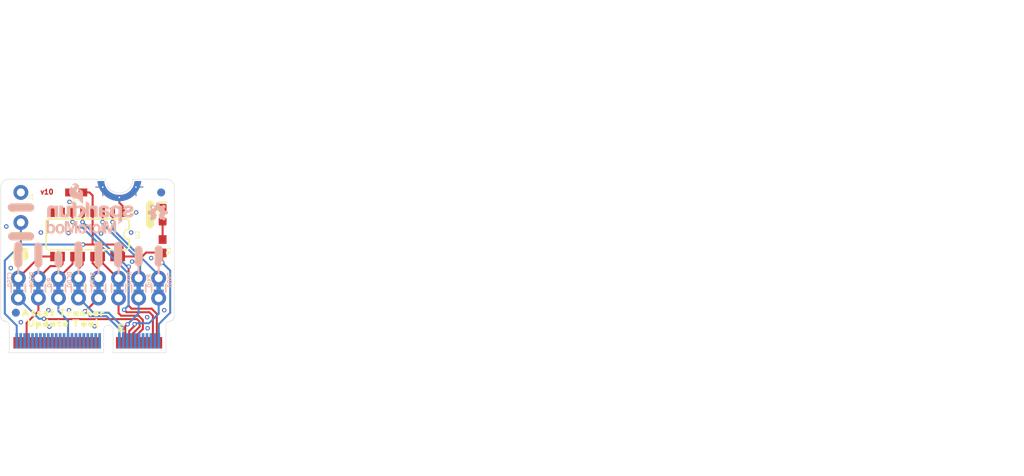
<source format=kicad_pcb>
(kicad_pcb (version 20211014) (generator pcbnew)
  (layers (0 "F.Cu" signal) (1 "In1.Cu" signal) (2 "In2.Cu" signal) (31 "B.Cu" signal) (34 "B.Paste" user) (35 "F.Paste" user) (36 "B.SilkS" user "B.Silkscreen") (37 "F.SilkS" user "F.Silkscreen") (38 "B.Mask" user) (39 "F.Mask" user) (44 "Edge.Cuts" user))
  (net 0 "")
  (net 1 "GND")
  (net 2 "3.3V")
  (net 3 "RXI")
  (net 4 "TXO")
  (net 5 "~{RTS}_O")
  (net 6 "~{DCD}_I")
  (net 7 "~{DSR}_I")
  (net 8 "~{CTS}_I")
  (net 9 "USB_D-")
  (net 10 "USB_D+")
  (net 11 "N$3")
  (net 12 "SARA_TXD_I")
  (net 13 "SARA_RXD_O")
  (net 14 "SARA_RTS_I")
  (net 15 "SARA_CTS_O")
  (net 16 "SARA_DTR_I")
  (net 17 "SARA_DCD_O")
  (net 18 "SARA_RI_O")
  (net 19 "SARA_DSR_O")
  (net 20 "~{RI}_I")
  (net 21 "~{DTR}_O")
  (footprint "boardEagle:#GND#2" (layer "F.Cu") (at 140.0641 97.5889)
    (fp_text reference "U$3" hide)
    (fp_text value "" hide)
  )
  (footprint "boardEagle:#3V3#3" (layer "F.Cu") (at 140.0686 101.2314)
    (fp_text reference "U$17" hide)
    (fp_text value "" hide)
  )
  (footprint "boardEagle:UPDATE_TOOL0" (layer "F.Cu") (at 145.4386 112.2569)
    (fp_text reference "U$11" hide)
    (fp_text value "" hide)
  )
  (footprint "boardEagle:0603" (layer "F.Cu") (at 158.0011 102.5034 -90)
    (fp_text reference "R1" (at 0 -0.762 90) (layer "F.SilkS") (effects (font (size 0.512064 0.512064) (thickness 0.097536)) (justify right)))
    (fp_text value "1k" hide)
    (pad "1" smd rect (at -0.85 0 270) (size 1.1 1) (layers "F.Cu" "F.Paste" "F.Mask") (net 11 "N$3"))
    (pad "2" smd rect (at 0.85 0 270) (size 1.1 1) (layers "F.Cu" "F.Paste" "F.Mask") (net 2 "3.3V"))
  )
  (footprint "boardEagle:M.2-CARD-E-22" (layer "F.Cu") (at 148.5211 116.0134)
    (fp_text reference "J5" hide)
    (fp_text value "MICROMOD-2222" hide)
    (fp_text user "ROUTE\nOUT" (at 4 -21.3) (layer "Edge.Cuts") (effects (font (size 0.276 0.276) (thickness 0.024))))
    (fp_line (start 6.1 -21) (end 7 -21) (layer "F.Cu") (width 0.1016))
    (fp_line (start 1.9 -21) (end 1.9 -19.9) (layer "F.Cu") (width 0.1016))
    (fp_line (start 1.9 -21) (end 1 -21) (layer "F.Cu") (width 0.1016))
    (fp_line (start 6.1 -21) (end 6.1 -19.9) (layer "F.Cu") (width 0.1016))
    (fp_line (start 4 -19.7) (end 4 -19) (layer "F.Cu") (width 0.1016))
    (fp_poly (pts (xy 2.107643 -21.492632) (xy 2.176743 -21.241195) (xy 2.280926 -21.002145) (xy 2.418067 -20.78036) (xy 2.585377 -20.580345) (xy 2.77945 -20.406177) (xy 2.996333 -20.261403) (xy 3.231612 -20.148966) (xy 3.480496 -20.07116) (xy 3.737925 -20.029564) (xy 4 -20.025004) (xy 4.262075 -20.029564) (xy 4.519504 -20.07116) (xy 4.768388 -20.148966) (xy 5.003667 -20.261403) (xy 5.22055 -20.406177) (xy 5.414623 -20.580345) (xy 5.581933 -20.78036) (xy 5.719074 -21.002145) (xy 5.823257 -21.241195) (xy 5.892357 -21.492632) (xy 5.927954 -21.775) (xy 6.779538 -21.775) (xy 6.718444 -21.410412) (xy 6.621636 -21.082764) (xy 6.485904 -20.769232) (xy 6.313241 -20.474422) (xy 6.106185 -20.202664) (xy 5.867774 -19.957948) (xy 5.601511 -19.74387) (xy 5.311308 -19.563573) (xy 5.001425 -19.419705) (xy 4.676414 -19.314379) (xy 4.34105 -19.249143) (xy 4.000089 -19.224943) (xy 3.658288 -19.246756) (xy 3.321866 -19.310165) (xy 2.995719 -19.414226) (xy 2.684741 -19.55738) (xy 2.393597 -19.737478) (xy 2.126654 -19.951819) (xy 1.887917 -20.197187) (xy 1.680969 -20.4699) (xy 1.508913 -20.765869) (xy 1.374028 -21.08136) (xy 1.218786 -21.775) (xy 2.072046 -21.775)) (layer "F.Cu") (width 0) (fill solid))
    (fp_line (start 6.1 -21) (end 6.1 -19.9) (layer "B.Cu") (width 0.1016))
    (fp_line (start 6.1 -21) (end 7 -21) (layer "B.Cu") (width 0.1016))
    (fp_line (start 4 -19.7) (end 4 -19) (layer "B.Cu") (width 0.1016))
    (fp_line (start 1.9 -21) (end 1 -21) (layer "B.Cu") (width 0.1016))
    (fp_line (start 1.9 -21) (end 1.9 -19.9) (layer "B.Cu") (width 0.1016))
    (fp_poly (pts (xy 2.107643 -21.492632) (xy 2.176743 -21.241195) (xy 2.280926 -21.002145) (xy 2.418067 -20.78036) (xy 2.585377 -20.580345) (xy 2.77945 -20.406177) (xy 2.996333 -20.261403) (xy 3.231612 -20.148966) (xy 3.480496 -20.07116) (xy 3.737925 -20.029564) (xy 4 -20.025004) (xy 4.262075 -20.029564) (xy 4.519504 -20.07116) (xy 4.768388 -20.148966) (xy 5.003667 -20.261403) (xy 5.22055 -20.406177) (xy 5.414623 -20.580345) (xy 5.581933 -20.78036) (xy 5.719074 -21.002145) (xy 5.823257 -21.241195) (xy 5.892357 -21.492632) (xy 5.927954 -21.775) (xy 6.781214 -21.775) (xy 6.625971 -21.08136) (xy 6.491086 -20.765869) (xy 6.31903 -20.4699) (xy 6.112082 -20.197187) (xy 5.873345 -19.951819) (xy 5.606403 -19.737478) (xy 5.315258 -19.55738) (xy 5.004281 -19.414226) (xy 4.678134 -19.310165) (xy 4.341711 -19.246756) (xy 4.001591 -19.225051) (xy 3.999999 -19.249995) (xy 3.996722 -19.225216) (xy 3.324311 -19.314145) (xy 2.998575 -19.419706) (xy 2.688693 -19.563573) (xy 2.398489 -19.743871) (xy 2.132226 -19.957948) (xy 1.893816 -20.202664) (xy 1.686759 -20.474422) (xy 1.514097 -20.769231) (xy 1.378364 -21.082763) (xy 1.281556 -21.410412) (xy 1.225 -21.747919) (xy 1.225 -21.775) (xy 2.072046 -21.775)) (layer "B.Cu") (width 0) (fill solid))
    (pad "1" smd rect (at 9.25 -1.275 180) (size 0.35 1.45) (layers "F.Cu" "F.Mask") (net 1 "GND"))
    (pad "2" smd rect (at 9 -1.525) (size 0.35 1.95) (layers "B.Cu" "B.Mask") (net 2 "3.3V"))
    (pad "3" smd rect (at 8.75 -1.275 180) (size 0.35 1.45) (layers "F.Cu" "F.Mask") (net 10 "USB_D+"))
    (pad "4" smd rect (at 8.5 -1.525) (size 0.35 1.95) (layers "B.Cu" "B.Mask"))
    (pad "5" smd rect (at 8.25 -1.275 180) (size 0.35 1.45) (layers "F.Cu" "F.Mask") (net 9 "USB_D-"))
    (pad "6" smd rect (at 8 -1.525) (size 0.35 1.95) (layers "B.Cu" "B.Mask"))
    (pad "7" smd rect (at 7.75 -1.275 180) (size 0.35 1.45) (layers "F.Cu" "F.Mask") (net 1 "GND"))
    (pad "8" smd rect (at 7.5 -1.525) (size 0.35 1.95) (layers "B.Cu" "B.Mask"))
    (pad "9" smd rect (at 7.25 -1.275 180) (size 0.35 1.45) (layers "F.Cu" "F.Mask"))
    (pad "10" smd rect (at 7 -1.525) (size 0.35 1.95) (layers "B.Cu" "B.Mask"))
    (pad "11" smd rect (at 6.75 -1.275 180) (size 0.35 1.45) (layers "F.Cu" "F.Mask"))
    (pad "12" smd rect (at 6.5 -1.525) (size 0.35 1.95) (layers "B.Cu" "B.Mask"))
    (pad "13" smd rect (at 6.25 -1.275 180) (size 0.35 1.45) (layers "F.Cu" "F.Mask") (net 14 "SARA_RTS_I"))
    (pad "14" smd rect (at 6 -1.525) (size 0.35 1.95) (layers "B.Cu" "B.Mask"))
    (pad "15" smd rect (at 5.75 -1.275 180) (size 0.35 1.45) (layers "F.Cu" "F.Mask") (net 15 "SARA_CTS_O"))
    (pad "16" smd rect (at 5.5 -1.525) (size 0.35 1.95) (layers "B.Cu" "B.Mask"))
    (pad "17" smd rect (at 5.25 -1.275 180) (size 0.35 1.45) (layers "F.Cu" "F.Mask") (net 12 "SARA_TXD_I"))
    (pad "18" smd rect (at 5 -1.525) (size 0.35 1.95) (layers "B.Cu" "B.Mask"))
    (pad "19" smd rect (at 4.75 -1.275 180) (size 0.35 1.45) (layers "F.Cu" "F.Mask") (net 13 "SARA_RXD_O"))
    (pad "20" smd rect (at 4.5 -1.525) (size 0.35 1.95) (layers "B.Cu" "B.Mask") (net 17 "SARA_DCD_O"))
    (pad "21" smd rect (at 4.25 -1.275 180) (size 0.35 1.45) (layers "F.Cu" "F.Mask"))
    (pad "22" smd rect (at 4 -1.525) (size 0.35 1.95) (layers "B.Cu" "B.Mask") (net 16 "SARA_DTR_I"))
    (pad "23" smd rect (at 3.75 -1.275 180) (size 0.35 1.45) (layers "F.Cu" "F.Mask"))
    (pad "32" smd rect (at 1.5 -1.525) (size 0.35 1.95) (layers "B.Cu" "B.Mask"))
    (pad "33" smd rect (at 1.25 -1.275 180) (size 0.35 1.45) (layers "F.Cu" "F.Mask") (net 1 "GND"))
    (pad "34" smd rect (at 1 -1.525) (size 0.35 1.95) (layers "B.Cu" "B.Mask"))
    (pad "35" smd rect (at 0.75 -1.275 180) (size 0.35 1.45) (layers "F.Cu" "F.Mask"))
    (pad "36" smd rect (at 0.5 -1.525) (size 0.35 1.95) (layers "B.Cu" "B.Mask") (net 1 "GND"))
    (pad "37" smd rect (at 0.25 -1.275 180) (size 0.35 1.45) (layers "F.Cu" "F.Mask"))
    (pad "38" smd rect (at 0 -1.525) (size 0.35 1.95) (layers "B.Cu" "B.Mask"))
    (pad "39" smd rect (at -0.25 -1.275 180) (size 0.35 1.45) (layers "F.Cu" "F.Mask") (net 1 "GND"))
    (pad "40" smd rect (at -0.5 -1.525) (size 0.35 1.95) (layers "B.Cu" "B.Mask"))
    (pad "41" smd rect (at -0.75 -1.275 180) (size 0.35 1.45) (layers "F.Cu" "F.Mask"))
    (pad "42" smd rect (at -1 -1.525) (size 0.35 1.95) (layers "B.Cu" "B.Mask"))
    (pad "43" smd rect (at -1.25 -1.275 180) (size 0.35 1.45) (layers "F.Cu" "F.Mask"))
    (pad "44" smd rect (at -1.5 -1.525) (size 0.35 1.95) (layers "B.Cu" "B.Mask"))
    (pad "45" smd rect (at -1.75 -1.275 180) (size 0.35 1.45) (layers "F.Cu" "F.Mask") (net 1 "GND"))
    (pad "46" smd rect (at -2 -1.525) (size 0.35 1.95) (layers "B.Cu" "B.Mask"))
    (pad "47" smd rect (at -2.25 -1.275 180) (size 0.35 1.45) (layers "F.Cu" "F.Mask"))
    (pad "48" smd rect (at -2.5 -1.525) (size 0.35 1.95) (layers "B.Cu" "B.Mask") (net 18 "SARA_RI_O"))
    (pad "49" smd rect (at -2.75 -1.275 180) (size 0.35 1.45) (layers "F.Cu" "F.Mask"))
    (pad "50" smd rect (at -3 -1.525) (size 0.35 1.95) (layers "B.Cu" "B.Mask"))
    (pad "51" smd rect (at -3.25 -1.275 180) (size 0.35 1.45) (layers "F.Cu" "F.Mask"))
    (pad "52" smd rect (at -3.5 -1.525) (size 0.35 1.95) (layers "B.Cu" "B.Mask"))
    (pad "53" smd rect (at -3.75 -1.275 180) (size 0.35 1.45) (layers "F.Cu" "F.Mask"))
    (pad "54" smd rect (at -4 -1.525) (size 0.35 1.95) (layers "B.Cu" "B.Mask"))
    (pad "55" smd rect (at -4.25 -1.275 180) (size 0.35 1.45) (layers "F.Cu" "F.Mask"))
    (pad "56" smd rect (at -4.5 -1.525) (size 0.35 1.95) (layers "B.Cu" "B.Mask"))
    (pad "57" smd rect (at -4.75 -1.275 180) (size 0.35 1.45) (layers "F.Cu" "F.Mask"))
    (pad "58" smd rect (at -5 -1.525) (size 0.35 1.95) (layers "B.Cu" "B.Mask"))
    (pad "59" smd rect (at -5.25 -1.275 180) (size 0.35 1.45) (layers "F.Cu" "F.Mask"))
    (pad "60" smd rect (at -5.5 -1.525) (size 0.35 1.95) (layers "B.Cu" "B.Mask"))
    (pad "61" smd rect (at -5.75 -1.275 180) (size 0.35 1.45) (layers "F.Cu" "F.Mask"))
    (pad "62" smd rect (at -6 -1.525) (size 0.35 1.95) (layers "B.Cu" "B.Mask"))
    (pad "63" smd rect (at -6.25 -1.275 180) (size 0.35 1.45) (layers "F.Cu" "F.Mask"))
    (pad "64" smd rect (at -6.5 -1.525) (size 0.35 1.95) (layers "B.Cu" "B.Mask"))
    (pad "65" smd rect (at -6.75 -1.275 180) (size 0.35 1.45) (layers "F.Cu" "F.Mask"))
    (pad "66" smd rect (at -7 -1.525) (size 0.35 1.95) (layers "B.Cu" "B.Mask"))
    (pad "67" smd rect (at -7.25 -1.275 180) (size 0.35 1.45) (layers "F.Cu" "F.Mask"))
    (pad "68" smd rect (at -7.5 -1.525) (size 0.35 1.95) (layers "B.Cu" "B.Mask"))
    (pad "69" smd rect (at -7.75 -1.275 180) (size 0.35 1.45) (layers "F.Cu" "F.Mask") (net 19 "SARA_DSR_O"))
    (pad "70" smd rect (at -8 -1.525) (size 0.35 1.95) (layers "B.Cu" "B.Mask"))
    (pad "71" smd rect (at -8.25 -1.275 180) (size 0.35 1.45) (layers "F.Cu" "F.Mask"))
    (pad "72" smd rect (at -8.5 -1.525) (size 0.35 1.95) (layers "B.Cu" "B.Mask"))
    (pad "73" smd rect (at -8.75 -1.275 180) (size 0.35 1.45) (layers "F.Cu" "F.Mask"))
    (pad "74" smd rect (at -9 -1.525) (size 0.35 1.95) (layers "B.Cu" "B.Mask") (net 2 "3.3V"))
    (pad "75" smd rect (at -9.25 -1.275 180) (size 0.35 1.45) (layers "F.Cu" "F.Mask") (net 1 "GND"))
    (pad "GND1" thru_hole circle (at 1.9 -21) (size 0.46 0.46) (drill 0.2) (layers *.Cu *.Mask) (net 1 "GND"))
    (pad "GND2" thru_hole circle (at 4 -19.7) (size 0.46 0.46) (drill 0.2) (layers *.Cu *.Mask) (net 1 "GND"))
    (pad "GND3" thru_hole circle (at 6.1 -21) (size 0.46 0.46) (drill 0.2) (layers *.Cu *.Mask) (net 1 "GND"))
  )
  (footprint "boardEagle:CREATIVE_COMMONS" (layer "F.Cu") (at 182.534643 131.2434)
    (fp_text reference "FRAME1" hide)
    (fp_text value "FRAME-LETTER" hide)
  )
  (footprint "boardEagle:SO016" (layer "F.Cu") (at 148.4993 101.0034 180)
    (fp_text reference "U2" (at -6.35 -0.635 90) (layer "F.SilkS") (effects (font (size 0.527304 0.527304) (thickness 0.082296)) (justify left)))
    (fp_text value "CH340C" hide)
    (pad "1" smd rect (at -4.445 2.8 180) (size 0.6 1.2) (layers "F.Cu" "F.Paste" "F.Mask") (net 1 "GND"))
    (pad "2" smd rect (at -3.175 2.8 180) (size 0.6 1.2) (layers "F.Cu" "F.Paste" "F.Mask") (net 4 "TXO"))
    (pad "3" smd rect (at -1.905 2.8 180) (size 0.6 1.2) (layers "F.Cu" "F.Paste" "F.Mask") (net 3 "RXI"))
    (pad "4" smd rect (at -0.635 2.8 180) (size 0.6 1.2) (layers "F.Cu" "F.Paste" "F.Mask") (net 2 "3.3V"))
    (pad "5" smd rect (at 0.635 2.8 180) (size 0.6 1.2) (layers "F.Cu" "F.Paste" "F.Mask") (net 10 "USB_D+"))
    (pad "6" smd rect (at 1.905 2.8 180) (size 0.6 1.2) (layers "F.Cu" "F.Paste" "F.Mask") (net 9 "USB_D-"))
    (pad "7" smd rect (at 3.175 2.8 180) (size 0.6 1.2) (layers "F.Cu" "F.Paste" "F.Mask"))
    (pad "8" smd rect (at 4.445 2.8 180) (size 0.6 1.2) (layers "F.Cu" "F.Paste" "F.Mask"))
    (pad "9" smd rect (at 4.445 -2.8 180) (size 0.6 1.2) (layers "F.Cu" "F.Paste" "F.Mask") (net 8 "~{CTS}_I"))
    (pad "10" smd rect (at 3.175 -2.8 180) (size 0.6 1.2) (layers "F.Cu" "F.Paste" "F.Mask") (net 7 "~{DSR}_I"))
    (pad "11" smd rect (at 1.905 -2.8 180) (size 0.6 1.2) (layers "F.Cu" "F.Paste" "F.Mask") (net 20 "~{RI}_I"))
    (pad "12" smd rect (at 0.635 -2.8 180) (size 0.6 1.2) (layers "F.Cu" "F.Paste" "F.Mask") (net 6 "~{DCD}_I"))
    (pad "13" smd rect (at -0.635 -2.8 180) (size 0.6 1.2) (layers "F.Cu" "F.Paste" "F.Mask") (net 21 "~{DTR}_O"))
    (pad "14" smd rect (at -1.905 -2.8 180) (size 0.6 1.2) (layers "F.Cu" "F.Paste" "F.Mask") (net 5 "~{RTS}_O"))
    (pad "15" smd rect (at -3.175 -2.8 180) (size 0.6 1.2) (layers "F.Cu" "F.Paste" "F.Mask"))
    (pad "16" smd rect (at -4.445 -2.8 180) (size 0.6 1.2) (layers "F.Cu" "F.Paste" "F.Mask") (net 2 "3.3V"))
  )
  (footprint "boardEagle:ASSET_TRACKER0" (layer "F.Cu") (at 145.4513 110.9234)
    (fp_text reference "U$10" hide)
    (fp_text value "" hide)
  )
  (footprint "boardEagle:1X01_NO_SILK" (layer "F.Cu") (at 140.0411 99.4934 -90)
    (fp_text reference "J2" (at -2.032 1.016 90) (layer "F.SilkS") (effects (font (size 0.512064 0.512064) (thickness 0.097536)) (justify right)))
    (fp_text value "")
    (pad "1" thru_hole circle (at 0 0) (size 1.8796 1.8796) (drill 1.016) (layers *.Cu *.Mask) (net 2 "3.3V"))
  )
  (footprint "boardEagle:0603" (layer "F.Cu") (at 147.0566 95.6859 180)
    (fp_text reference "C3" (at -0.635 -0.762) (layer "F.SilkS") (effects (font (size 0.536448 0.536448) (thickness 0.073152)) (justify right)))
    (fp_text value "0.1uF" hide)
    (pad "1" smd rect (at -0.85 0 180) (size 1.1 1) (layers "F.Cu" "F.Paste" "F.Mask") (net 2 "3.3V"))
    (pad "2" smd rect (at 0.85 0 180) (size 1.1 1) (layers "F.Cu" "F.Paste" "F.Mask") (net 1 "GND"))
  )
  (footprint "boardEagle:LED-0603" (layer "F.Cu") (at 158.0011 98.5034 90)
    (fp_text reference "D1" (at 0 -0.635 90) (layer "F.SilkS") (effects (font (size 0.512064 0.512064) (thickness 0.097536)) (justify left)))
    (fp_text value "BLUE")
    (pad "A" smd roundrect (at -0.877 0) (size 1 1) (layers "F.Cu" "F.Paste" "F.Mask") (roundrect_rratio 0.15) (net 11 "N$3"))
    (pad "C" smd roundrect (at 0.877 0) (size 1 1) (layers "F.Cu" "F.Paste" "F.Mask") (roundrect_rratio 0.15) (net 1 "GND"))
  )
  (footprint "boardEagle:MICROMOD_MI_LOGO_.35" (layer "F.Cu") (at 139.9901 103.4794)
    (fp_text reference "U$9" hide)
    (fp_text value "" hide)
  )
  (footprint "boardEagle:ORDERING_INSTRUCTIONS" (layer "F.Cu") (at 165.4411 71.5534)
    (fp_text reference "LOGO2" hide)
    (fp_text value "SPECIAL_INSTRUCTIONS-ORDERING" hide)
  )
  (footprint "boardEagle:FIDUCIAL-1X2" (layer "F.Cu") (at 157.8211 95.6834)
    (fp_text reference "JP4" hide)
    (fp_text value "FIDUCIAL1X2" hide)
    (pad "1" smd roundrect (at 0 0) (size 1 1) (layers "F.Cu" "F.Mask") (roundrect_rratio 0.5))
  )
  (footprint "boardEagle:1X01_NO_SILK" (layer "F.Cu") (at 140.0411 95.6834 -90)
    (fp_text reference "J1" (at 0.0635 -1.27 90) (layer "F.SilkS") (effects (font (size 0.512064 0.512064) (thickness 0.097536)) (justify right)))
    (fp_text value "")
    (pad "1" thru_hole circle (at 0 0) (size 1.8796 1.8796) (drill 1.016) (layers *.Cu *.Mask) (net 1 "GND"))
  )
  (footprint "boardEagle:#PWR#0" (layer "F.Cu") (at 156.4241 98.4774 -90)
    (fp_text reference "U$8" hide)
    (fp_text value "" hide)
  )
  (footprint "boardEagle:FIDUCIAL-1X2" (layer "F.Cu") (at 139.4061 110.9234)
    (fp_text reference "JP3" hide)
    (fp_text value "FIDUCIAL1X2" hide)
    (pad "1" smd roundrect (at 0 0) (size 1 1) (layers "F.Cu" "F.Mask") (roundrect_rratio 0.5))
  )
  (footprint "boardEagle:FIDUCIAL-1X2" (layer "B.Cu") (at 139.4061 110.9234 180)
    (fp_text reference "JP6" hide)
    (fp_text value "FIDUCIAL1X2" hide)
    (pad "1" smd roundrect (at 0 0 180) (size 1 1) (layers "B.Cu" "B.Mask") (roundrect_rratio 0.5))
  )
  (footprint "boardEagle:OSHW-LOGO-MINI" (layer "B.Cu") (at 157.3893 98.2234 180)
    (fp_text reference "LOGO1" hide)
    (fp_text value "OSHW-LOGOMINI" hide)
  )
  (footprint "boardEagle:COMBO-JUMPER_2_NC_TRACE" (layer "B.Cu") (at 152.4236 107.8059 -90)
    (fp_text reference "RTS0" (at -0.127 -1.397 -270) (layer "B.SilkS") (effects (font (size 0.512064 0.512064) (thickness 0.097536)) (justify right mirror)))
    (fp_text value "JUMPER-COMBO_2_NC_TRACE" hide)
    (fp_poly (pts (xy 0.1905 -0.28575) (xy -0.70485 -0.28575) (xy -0.70485 0.28575) (xy 0.1905 0.28575)) (layer "B.Cu") (width 0) (fill solid))
    (pad "1" smd rect (at -0.508 0 270) (size 0.635 1.27) (layers "B.Cu" "B.Mask") (net 5 "~{RTS}_O"))
    (pad "2" smd rect (at 0.508 0 270) (size 0.635 1.27) (layers "B.Cu" "B.Mask") (net 14 "SARA_RTS_I"))
    (pad "3" thru_hole circle (at -1.27 0 180) (size 1.8796 1.8796) (drill 1.016) (layers *.Cu *.Mask) (net 5 "~{RTS}_O"))
    (pad "4" thru_hole circle (at 1.27 0 180) (size 1.8796 1.8796) (drill 1.016) (layers *.Cu *.Mask) (net 14 "SARA_RTS_I"))
  )
  (footprint "boardEagle:#DTR#0" (layer "B.Cu") (at 149.8836 103.4939 90)
    (fp_text reference "U$4" hide)
    (fp_text value "" hide)
  )
  (footprint "boardEagle:#RX#0" (layer "B.Cu") (at 154.9636 103.7479 90)
    (fp_text reference "U$2" hide)
    (fp_text value "" hide)
  )
  (footprint "boardEagle:#CTS#0" (layer "B.Cu") (at 139.7236 103.5514 90)
    (fp_text reference "U$14" hide)
    (fp_text value "" hide)
  )
  (footprint "boardEagle:COMBO-JUMPER_2_NC_TRACE" (layer "B.Cu") (at 144.8036 107.8059 -90)
    (fp_text reference "RI0" (at 0 1.143 -270) (layer "B.SilkS") (effects (font (size 0.512064 0.512064) (thickness 0.097536)) (justify right mirror)))
    (fp_text value "JUMPER-COMBO_2_NC_TRACE" hide)
    (fp_poly (pts (xy 0.1905 -0.28575) (xy -0.70485 -0.28575) (xy -0.70485 0.28575) (xy 0.1905 0.28575)) (layer "B.Cu") (width 0) (fill solid))
    (pad "1" smd rect (at -0.508 0 270) (size 0.635 1.27) (layers "B.Cu" "B.Mask") (net 20 "~{RI}_I"))
    (pad "2" smd rect (at 0.508 0 270) (size 0.635 1.27) (layers "B.Cu" "B.Mask") (net 18 "SARA_RI_O"))
    (pad "3" thru_hole circle (at -1.27 0 180) (size 1.8796 1.8796) (drill 1.016) (layers *.Cu *.Mask) (net 20 "~{RI}_I"))
    (pad "4" thru_hole circle (at 1.27 0 180) (size 1.8796 1.8796) (drill 1.016) (layers *.Cu *.Mask) (net 18 "SARA_RI_O"))
  )
  (footprint "boardEagle:#RTS#0" (layer "B.Cu") (at 152.3601 103.5514 90)
    (fp_text reference "U$20" hide)
    (fp_text value "" hide)
  )
  (footprint "boardEagle:MICROMOD_LOGO_.35" (layer "B.Cu") (at 147.7456 100.0954 180)
    (fp_text reference "U$12" hide)
    (fp_text value "" hide)
  )
  (footprint "boardEagle:#DSR#0" (layer "B.Cu") (at 142.2636 103.6149 90)
    (fp_text reference "U$18" hide)
    (fp_text value "" hide)
  )
  (footprint "boardEagle:COMBO-JUMPER_2_NC_TRACE" (layer "B.Cu") (at 157.5036 107.8059 -90)
    (fp_text reference "TXO0" (at 0 -1.397 -270) (layer "B.SilkS") (effects (font (size 0.512064 0.512064) (thickness 0.097536)) (justify right mirror)))
    (fp_text value "JUMPER-COMBO_2_NC_TRACE" hide)
    (fp_poly (pts (xy 0.1905 -0.28575) (xy -0.70485 -0.28575) (xy -0.70485 0.28575) (xy 0.1905 0.28575)) (layer "B.Cu") (width 0) (fill solid))
    (pad "1" smd rect (at -0.508 0 270) (size 0.635 1.27) (layers "B.Cu" "B.Mask") (net 4 "TXO"))
    (pad "2" smd rect (at 0.508 0 270) (size 0.635 1.27) (layers "B.Cu" "B.Mask") (net 12 "SARA_TXD_I"))
    (pad "3" thru_hole circle (at -1.27 0 180) (size 1.8796 1.8796) (drill 1.016) (layers *.Cu *.Mask) (net 4 "TXO"))
    (pad "4" thru_hole circle (at 1.27 0 180) (size 1.8796 1.8796) (drill 1.016) (layers *.Cu *.Mask) (net 12 "SARA_TXD_I"))
  )
  (footprint "boardEagle:COMBO-JUMPER_2_NC_TRACE" (layer "B.Cu") (at 142.2636 107.8059 -90)
    (fp_text reference "DSR0" (at 0 0.8255 -270) (layer "B.SilkS") (effects (font (size 0.512064 0.512064) (thickness 0.097536)) (justify right mirror)))
    (fp_text value "JUMPER-COMBO_2_NC_TRACE" hide)
    (fp_poly (pts (xy 0.1905 -0.28575) (xy -0.70485 -0.28575) (xy -0.70485 0.28575) (xy 0.1905 0.28575)) (layer "B.Cu") (width 0) (fill solid))
    (pad "1" smd rect (at -0.508 0 270) (size 0.635 1.27) (layers "B.Cu" "B.Mask") (net 7 "~{DSR}_I"))
    (pad "2" smd rect (at 0.508 0 270) (size 0.635 1.27) (layers "B.Cu" "B.Mask") (net 19 "SARA_DSR_O"))
    (pad "3" thru_hole circle (at -1.27 0 180) (size 1.8796 1.8796) (drill 1.016) (layers *.Cu *.Mask) (net 7 "~{DSR}_I"))
    (pad "4" thru_hole circle (at 1.27 0 180) (size 1.8796 1.8796) (drill 1.016) (layers *.Cu *.Mask) (net 19 "SARA_DSR_O"))
  )
  (footprint "boardEagle:#3V3#3" (layer "B.Cu") (at 140.0771 101.2479 180)
    (fp_text reference "U$6" hide)
    (fp_text value "" hide)
  )
  (footprint "boardEagle:COMBO-JUMPER_2_NC_TRACE" (layer "B.Cu") (at 147.3436 107.8059 -90)
    (fp_text reference "DCD0" (at 0 1.143 -270) (layer "B.SilkS") (effects (font (size 0.512064 0.512064) (thickness 0.097536)) (justify right mirror)))
    (fp_text value "JUMPER-COMBO_2_NC_TRACE" hide)
    (fp_poly (pts (xy 0.1905 -0.28575) (xy -0.70485 -0.28575) (xy -0.70485 0.28575) (xy 0.1905 0.28575)) (layer "B.Cu") (width 0) (fill solid))
    (pad "1" smd rect (at -0.508 0 270) (size 0.635 1.27) (layers "B.Cu" "B.Mask") (net 6 "~{DCD}_I"))
    (pad "2" smd rect (at 0.508 0 270) (size 0.635 1.27) (layers "B.Cu" "B.Mask") (net 17 "SARA_DCD_O"))
    (pad "3" thru_hole circle (at -1.27 0 180) (size 1.8796 1.8796) (drill 1.016) (layers *.Cu *.Mask) (net 6 "~{DCD}_I"))
    (pad "4" thru_hole circle (at 1.27 0 180) (size 1.8796 1.8796) (drill 1.016) (layers *.Cu *.Mask) (net 17 "SARA_DCD_O"))
  )
  (footprint "boardEagle:COMBO-JUMPER_2_NC_TRACE" (layer "B.Cu") (at 154.9636 107.8059 -90)
    (fp_text reference "RXI0" (at 0 -1.3335 -270) (layer "B.SilkS") (effects (font (size 0.512064 0.512064) (thickness 0.097536)) (justify right mirror)))
    (fp_text value "JUMPER-COMBO_2_NC_TRACE" hide)
    (fp_poly (pts (xy 0.1905 -0.28575) (xy -0.70485 -0.28575) (xy -0.70485 0.28575) (xy 0.1905 0.28575)) (layer "B.Cu") (width 0) (fill solid))
    (pad "1" smd rect (at -0.508 0 270) (size 0.635 1.27) (layers "B.Cu" "B.Mask") (net 3 "RXI"))
    (pad "2" smd rect (at 0.508 0 270) (size 0.635 1.27) (layers "B.Cu" "B.Mask") (net 13 "SARA_RXD_O"))
    (pad "3" thru_hole circle (at -1.27 0 180) (size 1.8796 1.8796) (drill 1.016) (layers *.Cu *.Mask) (net 3 "RXI"))
    (pad "4" thru_hole circle (at 1.27 0 180) (size 1.8796 1.8796) (drill 1.016) (layers *.Cu *.Mask) (net 13 "SARA_RXD_O"))
  )
  (footprint "boardEagle:#TX#0" (layer "B.Cu") (at 157.5036 103.7479 90)
    (fp_text reference "U$1" hide)
    (fp_text value "" hide)
  )
  (footprint "boardEagle:#DCD#0" (layer "B.Cu") (at 147.3436 103.5514 90)
    (fp_text reference "U$23" hide)
    (fp_text value "" hide)
  )
  (footprint "boardEagle:FIDUCIAL-1X2" (layer "B.Cu") (at 157.8211 95.6834 180)
    (fp_text reference "JP5" hide)
    (fp_text value "FIDUCIAL1X2" hide)
    (pad "1" smd roundrect (at 0 0 180) (size 1 1) (layers "B.Cu" "B.Mask") (roundrect_rratio 0.5))
  )
  (footprint "boardEagle:COMBO-JUMPER_2_NC_TRACE" (layer "B.Cu") (at 139.7236 107.8059 -90)
    (fp_text reference "CTS0" (at -0.0635 1.0795 -270) (layer "B.SilkS") (effects (font (size 0.512064 0.512064) (thickness 0.097536)) (justify right mirror)))
    (fp_text value "JUMPER-COMBO_2_NC_TRACE" hide)
    (fp_poly (pts (xy 0.1905 -0.28575) (xy -0.70485 -0.28575) (xy -0.70485 0.28575) (xy 0.1905 0.28575)) (layer "B.Cu") (width 0) (fill solid))
    (pad "1" smd rect (at -0.508 0 270) (size 0.635 1.27) (layers "B.Cu" "B.Mask") (net 8 "~{CTS}_I"))
    (pad "2" smd rect (at 0.508 0 270) (size 0.635 1.27) (layers "B.Cu" "B.Mask") (net 15 "SARA_CTS_O"))
    (pad "3" thru_hole circle (at -1.27 0 180) (size 1.8796 1.8796) (drill 1.016) (layers *.Cu *.Mask) (net 8 "~{CTS}_I"))
    (pad "4" thru_hole circle (at 1.27 0 180) (size 1.8796 1.8796) (drill 1.016) (layers *.Cu *.Mask) (net 15 "SARA_CTS_O"))
  )
  (footprint "boardEagle:SFE_LOGO_NAME_FLAME_.1" (layer "B.Cu") (at 148.7711 98.2234 180)
    (fp_text reference "LOGO3" hide)
    (fp_text value "SFE_LOGO_NAME_FLAME.1_INCH" hide)
  )
  (footprint "boardEagle:COMBO-JUMPER_2_NC_TRACE" (layer "B.Cu") (at 149.8836 107.8059 -90)
    (fp_text reference "DTR0" (at -0.0635 0.762 -270) (layer "B.SilkS") (effects (font (size 0.512064 0.512064) (thickness 0.097536)) (justify right mirror)))
    (fp_text value "JUMPER-COMBO_2_NC_TRACE" hide)
    (fp_poly (pts (xy 0.1905 -0.28575) (xy -0.70485 -0.28575) (xy -0.70485 0.28575) (xy 0.1905 0.28575)) (layer "B.Cu") (width 0) (fill solid))
    (pad "1" smd rect (at -0.508 0 270) (size 0.635 1.27) (layers "B.Cu" "B.Mask") (net 21 "~{DTR}_O"))
    (pad "2" smd rect (at 0.508 0 270) (size 0.635 1.27) (layers "B.Cu" "B.Mask") (net 16 "SARA_DTR_I"))
    (pad "3" thru_hole circle (at -1.27 0 180) (size 1.8796 1.8796) (drill 1.016) (layers *.Cu *.Mask) (net 21 "~{DTR}_O"))
    (pad "4" thru_hole circle (at 1.27 0 180) (size 1.8796 1.8796) (drill 1.016) (layers *.Cu *.Mask) (net 16 "SARA_DTR_I"))
  )
  (footprint "boardEagle:#RI#0" (layer "B.Cu") (at 144.8036 104.1289 90)
    (fp_text reference "U$5" hide)
    (fp_text value "" hide)
  )
  (footprint "boardEagle:#GND#2" (layer "B.Cu") (at 140.0641 97.5889 180)
    (fp_text reference "U$7" hide)
    (fp_text value "" hide)
  )
  (gr_line (start 149.8836 106.5359) (end 149.8836 104.8214) (layer "B.SilkS") (width 0.254))
  (gr_line (start 147.3436 106.5359) (end 147.3436 104.8214) (layer "B.SilkS") (width 0.254))
  (gr_line (start 144.8036 106.5359) (end 144.8036 104.8214) (layer "B.SilkS") (width 0.254))
  (gr_line (start 152.4236 106.5359) (end 152.4236 104.8849) (layer "B.SilkS") (width 0.254))
  (gr_line (start 152.5506 109.0124) (end 152.3601 109.0124) (layer "B.SilkS") (width 0.254))
  (gr_line (start 154.9636 106.5359) (end 154.9636 104.8214) (layer "B.SilkS") (width 0.254))
  (gr_line (start 142.2636 106.5359) (end 142.2636 104.7579) (layer "B.SilkS") (width 0.254))
  (gr_line (start 139.7236 106.5359) (end 139.7236 104.8214) (layer "B.SilkS") (width 0.254))
  (gr_line (start 157.5036 106.5359) (end 157.5036 104.7579) (layer "B.SilkS") (width 0.254))
  (gr_line (start 137.5011 111.4034) (end 137.5011 95.0034) (layer "Edge.Cuts") (width 0.05))
  (gr_line (start 138.5011 94.0034) (end 150.7511 94.0034) (layer "Edge.Cuts") (width 0.05))
  (gr_arc (start 137.5011 95.0034) (mid 137.8011 94.303401) (end 138.501099 94.003401) (layer "Edge.Cuts") (width 0.05))
  (gr_arc (start 138.101098 112.0034) (mid 137.681737 111.822761) (end 137.5011 111.4034) (layer "Edge.Cuts") (width 0.05))
  (gr_line (start 158.4261 116.0034) (end 151.7261 116.0034) (layer "Edge.Cuts") (width 0.0508))
  (gr_line (start 154.2511 94.0034) (end 158.5011 94.0034) (layer "Edge.Cuts") (width 0.05))
  (gr_arc (start 158.4261 112.5034) (mid 158.566444 112.161102) (end 158.9011 112.0034) (layer "Edge.Cuts") (width 0.0508))
  (gr_arc (start 159.501099 111.403401) (mid 159.320461 111.822762) (end 158.9011 112.0034) (layer "Edge.Cuts") (width 0.05))
  (gr_line (start 138.5761 116.0034) (end 138.5761 112.5034) (layer "Edge.Cuts") (width 0.0508))
  (gr_line (start 158.4261 112.5034) (end 158.4261 116.0034) (layer "Edge.Cuts") (width 0.0508))
  (gr_arc (start 158.5011 94.0034) (mid 159.2011 94.3034) (end 159.5011 95.0034) (layer "Edge.Cuts") (width 0.05))
  (gr_line (start 150.5261 113.1034) (end 150.5261 116.0034) (layer "Edge.Cuts") (width 0.0508))
  (gr_arc (start 138.101098 112.0034) (mid 137.681737 111.822761) (end 137.5011 111.4034) (layer "Edge.Cuts") (width 0.05))
  (gr_arc (start 150.5261 113.1034) (mid 151.1261 112.5034) (end 151.7261 113.1034) (layer "Edge.Cuts") (width 0.0508))
  (gr_line (start 151.7261 113.1034) (end 151.7261 116.0034) (layer "Edge.Cuts") (width 0.0508))
  (gr_arc (start 159.501099 111.403401) (mid 159.320461 111.822762) (end 158.9011 112.0034) (layer "Edge.Cuts") (width 0.05))
  (gr_arc (start 154.2511 94.0034) (mid 152.5011 95.7534) (end 150.7511 94.0034) (layer "Edge.Cuts") (width 0.05))
  (gr_arc (start 138.1011 112.0034) (mid 138.434341 112.162446) (end 138.5761 112.503401) (layer "Edge.Cuts") (width 0.0508))
  (gr_line (start 159.5011 95.0034) (end 159.5011 111.4034) (layer "Edge.Cuts") (width 0.05))
  (gr_line (start 150.5261 116.0034) (end 138.5761 116.0034) (layer "Edge.Cuts") (width 0.0508))
  (gr_text "v10" (at 143.3431 95.6199) (layer "F.Cu") (effects (font (size 0.6096 0.6096) (thickness 0.2032))))
  (segment (start 152.9316 98.1907) (end 152.9316 97.3979) (width 0.254) (layer "F.Cu") (net 1))
  (segment (start 152.9443 98.2034) (end 152.9316 98.1907) (width 0.254) (layer "F.Cu") (net 1))
  (segment (start 152.9316 97.3979) (end 152.5211 96.9874) (width 0.254) (layer "F.Cu") (net 1))
  (segment (start 152.5211 96.9874) (end 152.5211 96.3134) (width 0.254) (layer "F.Cu") (net 1))
  (via (at 146.1371 110.6059) (size 0.56) (drill 0.3) (layers "F.Cu" "B.Cu") (net 1))
  (via (at 156.8051 97.5884) (size 0.56) (drill 0.3) (layers "F.Cu" "B.Cu") (net 1))
  (via (at 143.5336 110.6059) (size 0.56) (drill 0.3) (layers "F.Cu" "B.Cu") (net 1))
  (via (at 143.6606 112.7014) (size 0.56) (drill 0.3) (layers "F.Cu" "B.Cu") (net 1))
  (via (at 150.2011 100.8904) (size 0.56) (drill 0.3) (layers "F.Cu" "B.Cu") (net 1))
  (via (at 146.2006 96.8899) (size 0.56) (drill 0.3) (layers "F.Cu" "B.Cu") (net 1))
  (via (at 154.0111 100.7634) (size 0.56) (drill 0.3) (layers "F.Cu" "B.Cu") (net 1))
  (via (at 158.2021 110.6059) (size 0.56) (drill 0.3) (layers "F.Cu" "B.Cu") (net 1))
  (via (at 156.1066 112.8919) (size 0.56) (drill 0.3) (layers "F.Cu" "B.Cu") (net 1))
  (via (at 146.0736 100.8269) (size 0.56) (drill 0.3) (layers "F.Cu" "B.Cu") (net 1))
  (via (at 149.3756 112.6379) (size 0.56) (drill 0.3) (layers "F.Cu" "B.Cu") (net 1))
  (via (at 154.6461 98.2234) (size 0.56) (drill 0.3) (layers "F.Cu" "B.Cu") (net 1))
  (via (at 140.0411 112.1299) (size 0.56) (drill 0.3) (layers "F.Cu" "B.Cu") (net 1))
  (via (at 138.7711 105.2719) (size 0.56) (drill 0.3) (layers "F.Cu" "B.Cu") (net 1))
  (via (at 142.5811 100.7634) (size 0.56) (drill 0.3) (layers "F.Cu" "B.Cu") (net 1))
  (via (at 156.0431 111.4949) (size 0.56) (drill 0.3) (layers "F.Cu" "B.Cu") (net 1))
  (via (at 154.1381 104.4464) (size 0.56) (drill 0.3) (layers "F.Cu" "B.Cu") (net 1))
  (via (at 156.5511 104.0019) (size 0.56) (drill 0.3) (layers "F.Cu" "B.Cu") (net 1))
  (via (at 138.1996 100.0014) (size 0.56) (drill 0.3) (layers "F.Cu" "B.Cu") (net 1))
  (segment (start 152.9443 103.8034) (end 152.9316 103.7907) (width 0.254) (layer "F.Cu") (net 2))
  (segment (start 155.4161 103.8034) (end 152.9443 103.8034) (width 0.254) (layer "F.Cu") (net 2))
  (segment (start 157.9481 103.4064) (end 158.0011 103.3534) (width 0.254) (layer "F.Cu") (net 2))
  (segment (start 155.9161 103.3034) (end 155.4161 103.8034) (width 0.254) (layer "F.Cu") (net 2))
  (segment (start 152.9316 103.7907) (end 152.9316 102.6049) (width 0.254) (layer "F.Cu") (net 2))
  (segment (start 149.1216 102.2874) (end 147.9151 102.2874) (width 0.254) (layer "F.Cu") (net 2))
  (segment (start 149.1343 96.0771) (end 148.7431 95.6859) (width 0.254) (layer "F.Cu") (net 2))
  (segment (start 148.7431 95.6859) (end 147.9066 95.6859) (width 0.254) (layer "F.Cu") (net 2))
  (segment (start 157.9511 103.3034) (end 155.9161 103.3034) (width 0.254) (layer "F.Cu") (net 2))
  (segment (start 158.0011 103.3534) (end 157.9511 103.3034) (width 0.254) (layer "F.Cu") (net 2))
  (segment (start 157.9481 104.5734) (end 157.9481 103.4064) (width 0.254) (layer "F.Cu") (net 2))
  (segment (start 149.1343 98.2034) (end 149.1343 96.0771) (width 0.254) (layer "F.Cu") (net 2))
  (segment (start 152.9316 102.6049) (end 152.6141 102.2874) (width 0.254) (layer "F.Cu") (net 2))
  (segment (start 149.1343 102.2747) (end 149.1216 102.2874) (width 0.254) (layer "F.Cu") (net 2))
  (segment (start 149.1343 98.2034) (end 149.1343 102.2747) (width 0.254) (layer "F.Cu") (net 2))
  (segment (start 152.6141 102.2874) (end 149.1216 102.2874) (width 0.254) (layer "F.Cu") (net 2))
  (via (at 157.9481 104.5734) (size 0.56) (drill 0.3) (layers "F.Cu" "B.Cu") (net 2))
  (via (at 147.9151 102.2874) (size 0.56) (drill 0.3) (layers "F.Cu" "B.Cu") (net 2))
  (segment (start 158.9641 110.9234) (end 158.9641 105.5894) (width 0.254) (layer "B.Cu") (net 2))
  (segment (start 140.0411 102.2874) (end 147.9151 102.2874) (width 0.254) (layer "B.Cu") (net 2))
  (segment (start 157.5211 112.3664) (end 158.9641 110.9234) (width 0.254) (layer "B.Cu") (net 2))
  (segment (start 138.0091 111.0504) (end 138.0091 104.3194) (width 0.254) (layer "B.Cu") (net 2))
  (segment (start 157.5211 114.4884) (end 157.5211 112.3664) (width 0.254) (layer "B.Cu") (net 2))
  (segment (start 158.9641 105.5894) (end 157.9481 104.5734) (width 0.254) (layer "B.Cu") (net 2))
  (segment (start 139.5211 114.4884) (end 139.5211 112.5624) (width 0.254) (layer "B.Cu") (net 2))
  (segment (start 139.5211 112.5624) (end 138.0091 111.0504) (width 0.254) (layer "B.Cu") (net 2))
  (segment (start 140.0411 99.4934) (end 140.0411 102.2874) (width 0.254) (layer "B.Cu") (net 2))
  (segment (start 138.0091 104.3194) (end 140.0411 102.2874) (width 0.254) (layer "B.Cu") (net 2))
  (segment (start 150.4043 98.2034) (end 150.4043 99.4172) (width 0.254) (layer "F.Cu") (net 3))
  (segment (start 150.4043 99.4172) (end 150.3916 99.4299) (width 0.254) (layer "F.Cu") (net 3))
  (via (at 150.3916 99.4299) (size 0.56) (drill 0.3) (layers "F.Cu" "B.Cu") (net 3))
  (segment (start 155.1541 104.3829) (end 150.3916 99.6204) (width 0.254) (layer "B.Cu") (net 3))
  (segment (start 150.3916 99.4299) (end 150.3916 99.6204) (width 0.254) (layer "B.Cu") (net 3))
  (segment (start 155.1541 104.3829) (end 155.1541 106.3454) (width 0.254) (layer "B.Cu") (net 3))
  (segment (start 154.9636 106.5359) (end 155.1541 106.3454) (width 0.254) (layer "B.Cu") (net 3))
  (segment (start 154.9636 106.5359) (end 154.9636 107.2979) (width 0.254) (layer "B.Cu") (net 3))
  (segment (start 151.6743 98.2034) (end 151.6743 99.4172) (width 0.254) (layer "F.Cu") (net 4))
  (segment (start 151.6743 99.4172) (end 151.6616 99.4299) (width 0.254) (layer "F.Cu") (net 4))
  (via (at 151.6616 99.4299) (size 0.56) (drill 0.3) (layers "F.Cu" "B.Cu") (net 4))
  (segment (start 157.5036 106.1549) (end 151.6616 100.3129) (width 0.254) (layer "B.Cu") (net 4))
  (segment (start 157.5036 106.5359) (end 157.5036 107.2979) (width 0.254) (layer "B.Cu") (net 4))
  (segment (start 157.5036 106.1549) (end 157.5036 106.5359) (width 0.254) (layer "B.Cu") (net 4))
  (segment (start 151.6616 99.4299) (end 151.6616 100.3129) (width 0.254) (layer "B.Cu") (net 4))
  (segment (start 150.4043 103.8034) (end 150.4043 104.6496) (width 0.254) (layer "F.Cu") (net 5))
  (segment (start 152.2906 106.5359) (end 150.4043 104.6496) (width 0.254) (layer "F.Cu") (net 5))
  (segment (start 152.4236 106.5359) (end 152.2906 106.5359) (width 0.254) (layer "F.Cu") (net 5))
  (segment (start 152.4236 106.5359) (end 152.4236 107.2979) (width 0.254) (layer "B.Cu") (net 5))
  (segment (start 147.8643 104.8147) (end 147.3436 105.3354) (width 0.254) (layer "F.Cu") (net 6))
  (segment (start 147.3436 106.5359) (end 147.3436 105.3354) (width 0.254) (layer "F.Cu") (net 6))
  (segment (start 147.8643 103.8034) (end 147.8643 104.8147) (width 0.254) (layer "F.Cu") (net 6))
  (segment (start 147.3436 106.5359) (end 147.3436 107.2979) (width 0.254) (layer "B.Cu") (net 6))
  (segment (start 142.2636 106.5359) (end 143.7816 105.0179) (width 0.254) (layer "F.Cu") (net 7))
  (segment (start 143.7816 105.0179) (end 145.0576 105.0179) (width 0.254) (layer "F.Cu") (net 7))
  (segment (start 145.3243 103.8034) (end 145.3243 104.7512) (width 0.254) (layer "F.Cu") (net 7))
  (segment (start 145.3243 104.7512) (end 145.0576 105.0179) (width 0.254) (layer "F.Cu") (net 7))
  (segment (start 142.2636 106.5359) (end 142.2636 107.2979) (width 0.254) (layer "B.Cu") (net 7))
  (segment (start 142.4561 103.8034) (end 144.0543 103.8034) (width 0.254) (layer "F.Cu") (net 8))
  (segment (start 139.7236 106.5359) (end 142.4561 103.8034) (width 0.254) (layer "F.Cu") (net 8))
  (segment (start 139.7236 106.5359) (end 139.7236 107.2979) (width 0.254) (layer "B.Cu") (net 8))
  (segment (start 156.3266 110.8649) (end 153.4343 110.8649) (width 0.254) (layer "F.Cu") (net 9))
  (segment (start 146.5943 98.2034) (end 146.5816 98.2161) (width 0.254) (layer "F.Cu") (net 9))
  (segment (start 156.7711 114.7384) (end 156.7711 111.3094) (width 0.254) (layer "F.Cu") (net 9))
  (segment (start 156.7711 111.3094) (end 156.3266 110.8649) (width 0.254) (layer "F.Cu") (net 9))
  (segment (start 153.4343 110.8649) (end 153.1221 110.5527) (width 0.254) (layer "F.Cu") (net 9))
  (segment (start 146.5816 98.2161) (end 146.5816 99.4299) (width 0.254) (layer "F.Cu") (net 9))
  (via (at 146.5816 99.4299) (size 0.56) (drill 0.3) (layers "F.Cu" "B.Cu") (net 9))
  (via (at 153.1221 110.5527) (size 0.56) (drill 0.3) (layers "F.Cu" "B.Cu") (net 9))
  (segment (start 147.8516 100.1284) (end 147.2801 100.1284) (width 0.254) (layer "B.Cu") (net 9))
  (segment (start 153.1221 110.5527) (end 153.6936 109.9812) (width 0.254) (layer "B.Cu") (net 9))
  (segment (start 153.6936 105.9704) (end 153.6936 109.9812) (width 0.254) (layer "B.Cu") (net 9))
  (segment (start 153.6936 105.9704) (end 147.8516 100.1284) (width 0.254) (layer "B.Cu") (net 9))
  (segment (start 147.2801 100.1284) (end 146.5816 99.4299) (width 0.254) (layer "B.Cu") (net 9))
  (segment (start 157.2711 111.0719) (end 156.6146 110.4154) (width 0.254) (layer "F.Cu") (net 10))
  (segment (start 154.0746 110.4154) (end 153.6936 110.0344) (width 0.254) (layer "F.Cu") (net 10))
  (segment (start 147.8643 98.2034) (end 147.8516 98.2034) (width 0.254) (layer "F.Cu") (net 10))
  (segment (start 147.8516 99.4299) (end 147.8516 98.2034) (width 0.254) (layer "F.Cu") (net 10))
  (segment (start 157.2711 114.7384) (end 157.2711 111.0719) (width 0.254) (layer "F.Cu") (net 10))
  (segment (start 156.6146 110.4154) (end 154.0746 110.4154) (width 0.254) (layer "F.Cu") (net 10))
  (segment (start 153.6936 110.0344) (end 153.6936 105.1068) (width 0.254) (layer "F.Cu") (net 10))
  (segment (start 153.6936 105.1068) (end 153.714565 105.085835) (width 0.254) (layer "F.Cu") (net 10))
  (via (at 153.714565 105.085835) (size 0.56) (drill 0.3) (layers "F.Cu" "B.Cu") (net 10))
  (via (at 147.8516 99.4299) (size 0.56) (drill 0.3) (layers "F.Cu" "B.Cu") (net 10))
  (segment (start 147.8516 99.4299) (end 153.507534 105.085835) (width 0.254) (layer "B.Cu") (net 10))
  (segment (start 153.507534 105.085835) (end 153.714565 105.085835) (width 0.254) (layer "B.Cu") (net 10))
  (segment (start 158.0011 101.6534) (end 158.0011 99.3804) (width 0.254) (layer "F.Cu") (net 11))
  (segment (start 154.4556 112.5744) (end 153.7711 113.2589) (width 0.254) (layer "F.Cu") (net 12))
  (segment (start 153.7711 113.2589) (end 153.7711 114.7384) (width 0.254) (layer "F.Cu") (net 12))
  (segment (start 154.4556 112.3839) (end 154.4556 112.5744) (width 0.254) (layer "F.Cu") (net 12))
  (via (at 154.4556 112.3839) (size 0.56) (drill 0.3) (layers "F.Cu" "B.Cu") (net 12))
  (segment (start 156.2911 112.2569) (end 154.5826 112.2569) (width 0.254) (layer "B.Cu") (net 12))
  (segment (start 157.5036 109.0759) (end 157.5036 111.0444) (width 0.254) (layer "B.Cu") (net 12))
  (segment (start 157.5036 109.0759) (end 157.5036 108.3139) (width 0.254) (layer "B.Cu") (net 12))
  (segment (start 154.5826 112.2569) (end 154.4556 112.3839) (width 0.254) (layer "B.Cu") (net 12))
  (segment (start 157.5036 111.0444) (end 156.2911 112.2569) (width 0.254) (layer "B.Cu") (net 12))
  (segment (start 153.2711 114.7384) (end 153.2711 112.6429) (width 0.254) (layer "F.Cu") (net 13))
  (segment (start 153.5666 112.3839) (end 153.5301 112.3839) (width 0.254) (layer "F.Cu") (net 13))
  (segment (start 153.5301 112.3839) (end 153.2711 112.6429) (width 0.254) (layer "F.Cu") (net 13))
  (via (at 153.5666 112.3839) (size 0.56) (drill 0.3) (layers "F.Cu" "B.Cu") (net 13))
  (segment (start 154.9636 109.0759) (end 154.9636 108.3139) (width 0.254) (layer "B.Cu") (net 13))
  (segment (start 154.9636 109.0759) (end 154.9636 110.9869) (width 0.254) (layer "B.Cu") (net 13))
  (segment (start 154.9636 110.9869) (end 153.5666 112.3839) (width 0.254) (layer "B.Cu") (net 13))
  (segment (start 154.7711 113.7194) (end 155.497 112.9935) (width 0.254) (layer "F.Cu") (net 14))
  (segment (start 155.497 112.9935) (end 155.497 111.8378) (width 0.254) (layer "F.Cu") (net 14))
  (segment (start 152.4236 110.9869) (end 152.4236 109.0759) (width 0.254) (layer "F.Cu") (net 14))
  (segment (start 152.7411 111.3044) (end 152.4236 110.9869) (width 0.254) (layer "F.Cu") (net 14))
  (segment (start 154.9636 111.3044) (end 152.7411 111.3044) (width 0.254) (layer "F.Cu") (net 14))
  (segment (start 154.7711 114.7384) (end 154.7711 113.7194) (width 0.254) (layer "F.Cu") (net 14))
  (segment (start 155.497 111.8378) (end 154.9636 111.3044) (width 0.254) (layer "F.Cu") (net 14))
  (segment (start 152.4236 109.0759) (end 152.4236 108.3139) (width 0.254) (layer "B.Cu") (net 14))
  (segment (start 154.7628 111.7386) (end 143.0153 111.7386) (width 0.254) (layer "F.Cu") (net 15))
  (segment (start 154.2711 113.5209) (end 155.0906 112.7014) (width 0.254) (layer "F.Cu") (net 15))
  (segment (start 155.0906 112.0664) (end 154.7628 111.7386) (width 0.254) (layer "F.Cu") (net 15))
  (segment (start 154.2711 114.7384) (end 154.2711 113.5209) (width 0.254) (layer "F.Cu") (net 15))
  (segment (start 155.0906 112.7014) (end 155.0906 112.0664) (width 0.254) (layer "F.Cu") (net 15))
  (segment (start 143.0153 111.7386) (end 142.9621 111.6854) (width 0.254) (layer "F.Cu") (net 15))
  (via (at 142.9621 111.6854) (size 0.56) (drill 0.3) (layers "F.Cu" "B.Cu") (net 15))
  (segment (start 142.3331 111.6854) (end 139.7236 109.0759) (width 0.254) (layer "B.Cu") (net 15))
  (segment (start 139.7236 109.0759) (end 139.7236 108.3139) (width 0.254) (layer "B.Cu") (net 15))
  (segment (start 142.9621 111.6854) (end 142.3331 111.6854) (width 0.254) (layer "B.Cu") (net 15))
  (segment (start 149.8836 109.0759) (end 148.2266 110.7329) (width 0.254) (layer "F.Cu") (net 16))
  (segment (start 148.2266 110.7329) (end 148.1691 110.7329) (width 0.254) (layer "F.Cu") (net 16))
  (via (at 148.1691 110.7329) (size 0.56) (drill 0.3) (layers "F.Cu" "B.Cu") (net 16))
  (segment (start 150.8996 111.3679) (end 148.8041 111.3679) (width 0.254) (layer "B.Cu") (net 16))
  (segment (start 150.8996 111.3679) (end 152.5211 112.9894) (width 0.254) (layer "B.Cu") (net 16))
  (segment (start 152.5211 112.9894) (end 152.5211 114.4884) (width 0.254) (layer "B.Cu") (net 16))
  (segment (start 148.1691 110.7329) (end 148.8041 111.3679) (width 0.254) (layer "B.Cu") (net 16))
  (segment (start 149.8836 109.0759) (end 149.8836 108.3139) (width 0.254) (layer "B.Cu") (net 16))
  (segment (start 149.2486 110.9234) (end 151.1536 110.9234) (width 0.254) (layer "B.Cu") (net 17))
  (segment (start 147.3436 109.0759) (end 147.4011 109.0759) (width 0.254) (layer "B.Cu") (net 17))
  (segment (start 153.0211 112.7909) (end 153.0211 114.4884) (width 0.254) (layer "B.Cu") (net 17))
  (segment (start 147.3436 109.0759) (end 147.3436 108.3139) (width 0.254) (layer "B.Cu") (net 17))
  (segment (start 149.2486 110.9234) (end 147.4011 109.0759) (width 0.254) (layer "B.Cu") (net 17))
  (segment (start 151.1536 110.9234) (end 153.0211 112.7909) (width 0.254) (layer "B.Cu") (net 17))
  (segment (start 144.8036 110.7329) (end 146.0211 111.9504) (width 0.254) (layer "B.Cu") (net 18))
  (segment (start 144.8036 109.0759) (end 144.8036 110.7329) (width 0.254) (layer "B.Cu") (net 18))
  (segment (start 144.8036 109.0759) (end 144.8036 108.3139) (width 0.254) (layer "B.Cu") (net 18))
  (segment (start 146.0211 111.9504) (end 146.0211 114.4884) (width 0.254) (layer "B.Cu") (net 18))
  (segment (start 140.7711 112.2254) (end 140.7711 114.7384) (width 0.254) (layer "F.Cu") (net 19))
  (segment (start 142.2636 110.7329) (end 140.7711 112.2254) (width 0.254) (layer "F.Cu") (net 19))
  (segment (start 142.2636 109.0759) (end 142.2636 110.7329) (width 0.254) (layer "F.Cu") (net 19))
  (segment (start 142.2636 109.0759) (end 142.2636 108.3139) (width 0.254) (layer "B.Cu") (net 19))
  (segment (start 146.5943 104.7512) (end 144.8096 106.5359) (width 0.254) (layer "F.Cu") (net 20))
  (segment (start 144.8036 106.5359) (end 144.8096 106.5359) (width 0.254) (layer "F.Cu") (net 20))
  (segment (start 146.5943 103.8034) (end 146.5943 104.7512) (width 0.254) (layer "F.Cu") (net 20))
  (segment (start 144.8036 106.5359) (end 144.8036 107.2979) (width 0.254) (layer "B.Cu") (net 20))
  (segment (start 149.8836 105.3989) (end 149.1343 104.6496) (width 0.254) (layer "F.Cu") (net 21))
  (segment (start 149.8836 106.5359) (end 149.8836 105.3989) (width 0.254) (layer "F.Cu") (net 21))
  (segment (start 149.1343 103.8034) (end 149.1343 104.6496) (width 0.254) (layer "F.Cu") (net 21))
  (segment (start 149.8836 106.5359) (end 149.8836 107.2979) (width 0.254) (layer "B.Cu") (net 21))
)
</source>
